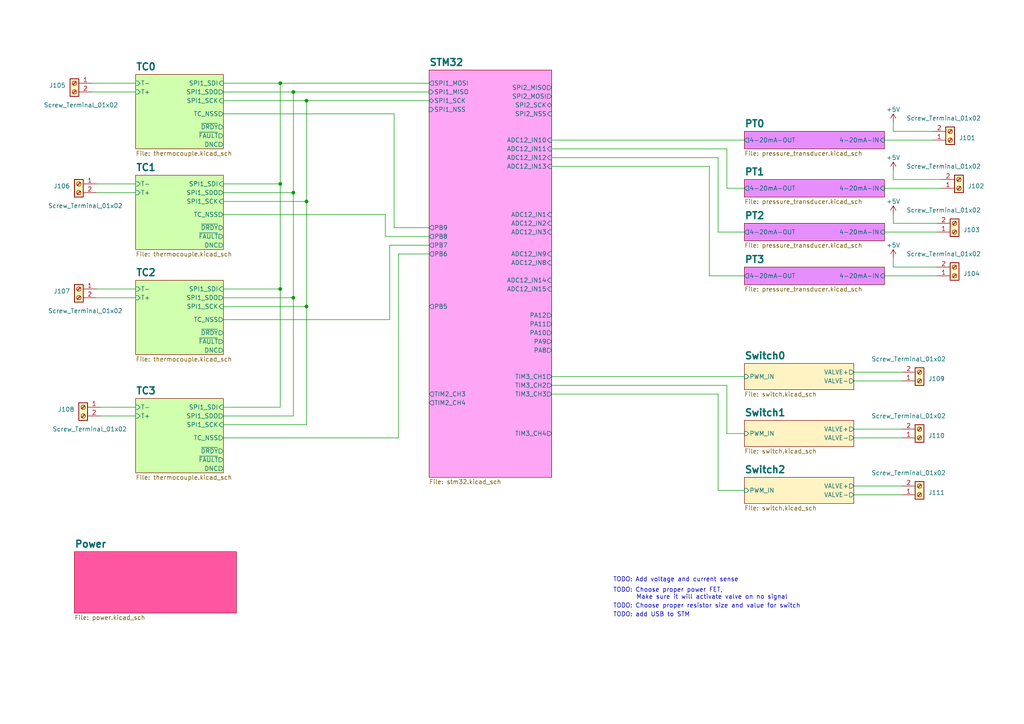
<source format=kicad_sch>
(kicad_sch (version 20230121) (generator eeschema)
  (paper "A4")
  (lib_symbols
    (symbol "Connector:Screw_Terminal_01x02" (pin_names (offset 1.016) hide)
      (property "Reference" "J" (at 0 2.54 0))
      (property "Value" "Screw_Terminal_01x02" (at 0 -5.08 0))
      (symbol "Screw_Terminal_01x02_1_1"
        (rectangle (start -1.27 1.27) (end 1.27 -3.81) (stroke (width 0.254)) (fill (type background)))
        (circle (center 0 -2.54) (radius 0.635) (stroke (width 0.1524)))
        (polyline (pts (xy -0.5334 -2.2098) (xy 0.3302 -3.048)) (stroke (width 0.1524)))
        (polyline (pts (xy -0.5334 0.3302) (xy 0.3302 -0.508)) (stroke (width 0.1524)))
        (polyline (pts (xy -0.3556 -2.032) (xy 0.508 -2.8702)) (stroke (width 0.1524)))
        (polyline (pts (xy -0.3556 0.508) (xy 0.508 -0.3302)) (stroke (width 0.1524)))
        (circle (center 0 0) (radius 0.635) (stroke (width 0.1524)))
        (pin passive line (at -5.08 0 0) (length 3.81) (name "Pin_1") (number "1"))
        (pin passive line (at -5.08 -2.54 0) (length 3.81) (name "Pin_2") (number "2"))
      )
    )
    (symbol "power:+5V" (power) (pin_names (offset 0))
      (property "Value" "+5V" (at 0 3.556 0))
      (symbol "+5V_0_1"
        (polyline (pts (xy -0.762 1.27) (xy 0 2.54)))
        (polyline (pts (xy 0 0) (xy 0 2.54)))
        (polyline (pts (xy 0 2.54) (xy 0.762 1.27)))
      )
      (symbol "+5V_1_1"
        (pin power_in line (at 0 0 90) (length 0) hide (name "+5V") (number "1"))
      )
    )
  )
  (junction (at 85.09 86.36))
  (junction (at 81.28 53.34))
  (junction (at 88.9 29.21))
  (junction (at 88.9 88.9))
  (junction (at 88.9 58.42))
  (junction (at 85.09 55.88))
  (junction (at 81.28 83.82))
  (junction (at 85.09 26.67))
  (junction (at 81.28 24.13))
  (wire (pts (xy 81.28 24.13) (xy 124.46 24.13)))
  (wire (pts (xy 88.9 123.19) (xy 64.77 123.19)))
  (wire (pts (xy 111.76 62.23) (xy 64.77 62.23)))
  (wire (pts (xy 88.9 88.9) (xy 64.77 88.9)))
  (wire (pts (xy 210.82 125.73) (xy 215.9 125.73)))
  (wire (pts (xy 81.28 83.82) (xy 81.28 118.11)))
  (wire (pts (xy 259.08 38.1) (xy 259.08 35.56)))
  (wire (pts (xy 259.08 74.93) (xy 259.08 77.47)))
  (wire (pts (xy 210.82 111.76) (xy 210.82 125.73)))
  (wire (pts (xy 259.08 62.23) (xy 259.08 64.77)))
  (wire (pts (xy 205.74 48.26) (xy 205.74 80.01)))
  (wire (pts (xy 81.28 83.82) (xy 64.77 83.82)))
  (wire (pts (xy 113.03 71.12) (xy 124.46 71.12)))
  (wire (pts (xy 256.54 54.61) (xy 273.05 54.61)))
  (wire (pts (xy 208.28 45.72) (xy 208.28 67.31)))
  (wire (pts (xy 81.28 53.34) (xy 81.28 83.82)))
  (wire (pts (xy 210.82 43.18) (xy 210.82 54.61)))
  (wire (pts (xy 247.65 107.95) (xy 261.62 107.95)))
  (wire (pts (xy 26.67 26.67) (xy 39.37 26.67)))
  (wire (pts (xy 256.54 40.64) (xy 270.51 40.64)))
  (wire (pts (xy 88.9 29.21) (xy 124.46 29.21)))
  (wire (pts (xy 205.74 80.01) (xy 215.9 80.01)))
  (wire (pts (xy 259.08 52.07) (xy 273.05 52.07)))
  (wire (pts (xy 64.77 26.67) (xy 85.09 26.67)))
  (wire (pts (xy 85.09 120.65) (xy 64.77 120.65)))
  (wire (pts (xy 256.54 80.01) (xy 271.78 80.01)))
  (wire (pts (xy 81.28 24.13) (xy 81.28 53.34)))
  (wire (pts (xy 85.09 55.88) (xy 64.77 55.88)))
  (wire (pts (xy 64.77 92.71) (xy 113.03 92.71)))
  (wire (pts (xy 27.94 55.88) (xy 39.37 55.88)))
  (wire (pts (xy 85.09 86.36) (xy 85.09 120.65)))
  (wire (pts (xy 113.03 92.71) (xy 113.03 71.12)))
  (wire (pts (xy 81.28 53.34) (xy 64.77 53.34)))
  (wire (pts (xy 208.28 114.3) (xy 208.28 142.24)))
  (wire (pts (xy 270.51 38.1) (xy 259.08 38.1)))
  (wire (pts (xy 160.02 48.26) (xy 205.74 48.26)))
  (wire (pts (xy 88.9 58.42) (xy 64.77 58.42)))
  (wire (pts (xy 27.94 53.34) (xy 39.37 53.34)))
  (wire (pts (xy 64.77 24.13) (xy 81.28 24.13)))
  (wire (pts (xy 115.57 127) (xy 115.57 73.66)))
  (wire (pts (xy 88.9 29.21) (xy 88.9 58.42)))
  (wire (pts (xy 259.08 49.53) (xy 259.08 52.07)))
  (wire (pts (xy 247.65 110.49) (xy 261.62 110.49)))
  (wire (pts (xy 247.65 143.51) (xy 261.62 143.51)))
  (wire (pts (xy 247.65 140.97) (xy 261.62 140.97)))
  (wire (pts (xy 85.09 86.36) (xy 64.77 86.36)))
  (wire (pts (xy 27.94 86.36) (xy 39.37 86.36)))
  (wire (pts (xy 29.21 118.11) (xy 39.37 118.11)))
  (wire (pts (xy 256.54 67.31) (xy 271.78 67.31)))
  (wire (pts (xy 160.02 111.76) (xy 210.82 111.76)))
  (wire (pts (xy 259.08 64.77) (xy 271.78 64.77)))
  (wire (pts (xy 115.57 73.66) (xy 124.46 73.66)))
  (wire (pts (xy 81.28 118.11) (xy 64.77 118.11)))
  (wire (pts (xy 208.28 142.24) (xy 215.9 142.24)))
  (wire (pts (xy 111.76 68.58) (xy 124.46 68.58)))
  (wire (pts (xy 160.02 43.18) (xy 210.82 43.18)))
  (wire (pts (xy 160.02 109.22) (xy 215.9 109.22)))
  (wire (pts (xy 85.09 55.88) (xy 85.09 86.36)))
  (wire (pts (xy 26.67 24.13) (xy 39.37 24.13)))
  (wire (pts (xy 247.65 124.46) (xy 261.62 124.46)))
  (wire (pts (xy 210.82 54.61) (xy 215.9 54.61)))
  (wire (pts (xy 160.02 40.64) (xy 215.9 40.64)))
  (wire (pts (xy 88.9 58.42) (xy 88.9 88.9)))
  (wire (pts (xy 85.09 26.67) (xy 85.09 55.88)))
  (wire (pts (xy 64.77 33.02) (xy 114.3 33.02)))
  (wire (pts (xy 29.21 120.65) (xy 39.37 120.65)))
  (wire (pts (xy 88.9 88.9) (xy 88.9 123.19)))
  (wire (pts (xy 208.28 67.31) (xy 215.9 67.31)))
  (wire (pts (xy 114.3 33.02) (xy 114.3 66.04)))
  (wire (pts (xy 85.09 26.67) (xy 124.46 26.67)))
  (wire (pts (xy 64.77 127) (xy 115.57 127)))
  (wire (pts (xy 160.02 45.72) (xy 208.28 45.72)))
  (wire (pts (xy 27.94 83.82) (xy 39.37 83.82)))
  (wire (pts (xy 114.3 66.04) (xy 124.46 66.04)))
  (wire (pts (xy 64.77 29.21) (xy 88.9 29.21)))
  (wire (pts (xy 259.08 77.47) (xy 271.78 77.47)))
  (wire (pts (xy 247.65 127) (xy 261.62 127)))
  (wire (pts (xy 111.76 62.23) (xy 111.76 68.58)))
  (wire (pts (xy 160.02 114.3) (xy 208.28 114.3)))
  (text "TODO: add USB to STM" (at 177.8 179.07 0) (effects (font (size 1.27 1.27)) (justify left bottom)))
  (text "TODO: Choose proper power FET,\n	  Make sure it will activate valve on no signal " (at 177.8 173.99 0) (effects (font (size 1.27 1.27)) (justify left bottom)))
  (text "TODO: Choose proper resistor size and value for switch" (at 177.8 176.53 0) (effects (font (size 1.27 1.27)) (justify left bottom)))
  (text "TODO: Add voltage and current sense" (at 177.8 168.91 0) (effects (font (size 1.27 1.27)) (justify left bottom)))
  (symbol (lib_id "power:+5V") (at 259.08 62.23 0) (unit 1)
    (property "Reference" "#PWR0103" (effects hide))
    (property "Value" "+5V" (at 259.08 58.42 0))
  )
  (symbol (lib_id "Connector:Screw_Terminal_01x02") (at 22.86 53.34 0) (mirror y) (unit 1)
    (property "Reference" "J106" (at 20.32 53.975 0) (effects (justify left)))
    (property "Value" "Screw_Terminal_01x02" (at 35.56 59.69 0) (effects (justify left)))
    (property "Footprint" "TerminalBlock_Phoenix:TerminalBlock_Phoenix_MKDS-1,5-2_1x02_P5.00mm_Horizontal" (effects hide))
  )
  (symbol (lib_id "Connector:Screw_Terminal_01x02") (at 266.7 110.49 0) (mirror x) (unit 1)
    (property "Reference" "J109" (at 269.24 109.855 0) (effects (justify left)))
    (property "Value" "Screw_Terminal_01x02" (at 252.73 104.14 0) (effects (justify left)))
    (property "Footprint" "TerminalBlock_Phoenix:TerminalBlock_Phoenix_MKDS-1,5-2_1x02_P5.00mm_Horizontal" (effects hide))
  )
  (symbol (lib_id "Connector:Screw_Terminal_01x02") (at 22.86 83.82 0) (mirror y) (unit 1)
    (property "Reference" "J107" (at 20.32 84.455 0) (effects (justify left)))
    (property "Value" "Screw_Terminal_01x02" (at 35.56 90.17 0) (effects (justify left)))
    (property "Footprint" "TerminalBlock_Phoenix:TerminalBlock_Phoenix_MKDS-1,5-2_1x02_P5.00mm_Horizontal" (effects hide))
  )
  (symbol (lib_id "Connector:Screw_Terminal_01x02") (at 276.86 67.31 0) (mirror x) (unit 1)
    (property "Reference" "J103" (at 279.4 66.675 0) (effects (justify left)))
    (property "Value" "Screw_Terminal_01x02" (at 262.89 60.96 0) (effects (justify left)))
    (property "Footprint" "TerminalBlock_Phoenix:TerminalBlock_Phoenix_MKDS-1,5-2_1x02_P5.00mm_Horizontal" (effects hide))
  )
  (symbol (lib_id "Connector:Screw_Terminal_01x02") (at 266.7 127 0) (mirror x) (unit 1)
    (property "Reference" "J110" (at 269.24 126.365 0) (effects (justify left)))
    (property "Value" "Screw_Terminal_01x02" (at 252.73 120.65 0) (effects (justify left)))
    (property "Footprint" "TerminalBlock_Phoenix:TerminalBlock_Phoenix_MKDS-1,5-2_1x02_P5.00mm_Horizontal" (effects hide))
  )
  (symbol (lib_id "Connector:Screw_Terminal_01x02") (at 24.13 118.11 0) (mirror y) (unit 1)
    (property "Reference" "J108" (at 21.59 118.745 0) (effects (justify left)))
    (property "Value" "Screw_Terminal_01x02" (at 36.83 124.46 0) (effects (justify left)))
    (property "Footprint" "TerminalBlock_Phoenix:TerminalBlock_Phoenix_MKDS-1,5-2_1x02_P5.00mm_Horizontal" (effects hide))
  )
  (symbol (lib_id "power:+5V") (at 259.08 49.53 0) (unit 1)
    (property "Reference" "#PWR0102" (effects hide))
    (property "Value" "+5V" (at 259.08 45.72 0))
  )
  (symbol (lib_id "Connector:Screw_Terminal_01x02") (at 21.59 24.13 0) (mirror y) (unit 1)
    (property "Reference" "J105" (at 19.05 24.765 0) (effects (justify left)))
    (property "Value" "Screw_Terminal_01x02" (at 34.29 30.48 0) (effects (justify left)))
    (property "Footprint" "TerminalBlock_Phoenix:TerminalBlock_Phoenix_MKDS-1,5-2_1x02_P5.00mm_Horizontal" (effects hide))
  )
  (symbol (lib_id "Connector:Screw_Terminal_01x02") (at 276.86 80.01 0) (mirror x) (unit 1)
    (property "Reference" "J104" (at 279.4 79.375 0) (effects (justify left)))
    (property "Value" "Screw_Terminal_01x02" (at 262.89 73.66 0) (effects (justify left)))
    (property "Footprint" "TerminalBlock_Phoenix:TerminalBlock_Phoenix_MKDS-1,5-2_1x02_P5.00mm_Horizontal" (effects hide))
  )
  (symbol (lib_id "power:+5V") (at 259.08 74.93 0) (unit 1)
    (property "Reference" "#PWR0104" (effects hide))
    (property "Value" "+5V" (at 259.08 71.12 0))
  )
  (symbol (lib_id "Connector:Screw_Terminal_01x02") (at 278.13 54.61 0) (mirror x) (unit 1)
    (property "Reference" "J102" (at 280.67 53.975 0) (effects (justify left)))
    (property "Value" "Screw_Terminal_01x02" (at 262.89 48.26 0) (effects (justify left)))
    (property "Footprint" "TerminalBlock_Phoenix:TerminalBlock_Phoenix_MKDS-1,5-2_1x02_P5.00mm_Horizontal" (effects hide))
  )
  (symbol (lib_id "Connector:Screw_Terminal_01x02") (at 275.59 40.64 0) (mirror x) (unit 1)
    (property "Reference" "J101" (at 278.13 40.005 0) (effects (justify left)))
    (property "Value" "Screw_Terminal_01x02" (at 262.89 34.29 0) (effects (justify left)))
    (property "Footprint" "TerminalBlock_Phoenix:TerminalBlock_Phoenix_MKDS-1,5-2_1x02_P5.00mm_Horizontal" (effects hide))
  )
  (symbol (lib_id "power:+5V") (at 259.08 35.56 0) (unit 1)
    (property "Reference" "#PWR0101" (effects hide))
    (property "Value" "+5V" (at 259.08 31.75 0))
  )
  (symbol (lib_id "Connector:Screw_Terminal_01x02") (at 266.7 143.51 0) (mirror x) (unit 1)
    (property "Reference" "J111" (at 269.24 142.875 0) (effects (justify left)))
    (property "Value" "Screw_Terminal_01x02" (at 252.73 137.16 0) (effects (justify left)))
    (property "Footprint" "TerminalBlock_Phoenix:TerminalBlock_Phoenix_MKDS-1,5-2_1x02_P5.00mm_Horizontal" (effects hide))
  )
  (sheet (at 215.9 64.77) (size 40.64 5.08) (stroke (width 0.1524)) (fill (color 231 142 255 1.0000))
    (property "Sheetname" "PT2" (at 215.9 63.6934 0) (effects (font (size 2 2) bold) (justify left bottom)))
    (property "Sheetfile" "pressure_transducer.kicad_sch" (at 215.9 70.4346 0) (effects (justify left top)))
    (pin "4-20mA-OUT" output (at 215.9 67.31 180))
    (pin "4-20mA-IN" input (at 256.54 67.31 0))
  )
  (sheet (at 215.9 121.92) (size 31.75 7.62) (stroke (width 0.1524)) (fill (color 255 243 196 1.0000))
    (property "Sheetname" "Switch1" (at 215.9 120.8434 0) (effects (font (size 2 2) bold) (justify left bottom)))
    (property "Sheetfile" "switch.kicad_sch" (at 215.9 130.1246 0) (effects (justify left top)))
    (pin "PWM_IN" input (at 215.9 125.73 180))
    (pin "VALVE+" output (at 247.65 124.46 0))
    (pin "VALVE-" output (at 247.65 127 0))
  )
  (sheet (at 39.37 21.59) (size 25.4 21.59) (stroke (width 0.1524)) (fill (color 208 255 173 1.0000))
    (property "Sheetname" "TC0" (at 39.37 20.5134 0) (effects (font (size 2 2) bold) (justify left bottom)))
    (property "Sheetfile" "thermocouple.kicad_sch" (at 39.37 43.7646 0) (effects (justify left top)))
    (pin "T-" input (at 39.37 24.13 180))
    (pin "T+" input (at 39.37 26.67 180))
    (pin "SPI1_SCK" input (at 64.77 29.21 0))
    (pin "~{FAULT}" output (at 64.77 39.37 0))
    (pin "TC_NSS" output (at 64.77 33.02 0))
    (pin "~{DRDY}" output (at 64.77 36.83 0))
    (pin "DNC" output (at 64.77 41.91 0))
    (pin "SPI1_SDI" input (at 64.77 24.13 0))
    (pin "SPI1_SDO" output (at 64.77 26.67 0))
  )
  (sheet (at 215.9 77.47) (size 40.64 5.08) (stroke (width 0.1524)) (fill (color 231 142 255 1.0000))
    (property "Sheetname" "PT3" (at 215.9 76.3934 0) (effects (font (size 2 2) bold) (justify left bottom)))
    (property "Sheetfile" "pressure_transducer.kicad_sch" (at 215.9 83.1346 0) (effects (justify left top)))
    (pin "4-20mA-OUT" output (at 215.9 80.01 180))
    (pin "4-20mA-IN" input (at 256.54 80.01 0))
  )
  (sheet (at 39.37 81.28) (size 25.4 21.59) (stroke (width 0.1524)) (fill (color 208 255 173 1.0000))
    (property "Sheetname" "TC2" (at 39.37 80.2034 0) (effects (font (size 2 2) bold) (justify left bottom)))
    (property "Sheetfile" "thermocouple.kicad_sch" (at 39.37 103.4546 0) (effects (justify left top)))
    (pin "T-" input (at 39.37 83.82 180))
    (pin "T+" input (at 39.37 86.36 180))
    (pin "SPI1_SCK" input (at 64.77 88.9 0))
    (pin "~{FAULT}" output (at 64.77 99.06 0))
    (pin "TC_NSS" output (at 64.77 92.71 0))
    (pin "~{DRDY}" output (at 64.77 96.52 0))
    (pin "DNC" output (at 64.77 101.6 0))
    (pin "SPI1_SDI" input (at 64.77 83.82 0))
    (pin "SPI1_SDO" output (at 64.77 86.36 0))
  )
  (sheet (at 124.46 20.32) (size 35.56 118.11) (stroke (width 0.1524)) (fill (color 255 165 245 1.0000))
    (property "Sheetname" "STM32" (at 124.46 19.2434 0) (effects (font (size 2 2) bold) (justify left bottom)))
    (property "Sheetfile" "stm32.kicad_sch" (at 124.46 139.0146 0) (effects (justify left top)))
    (pin "PA9" output (at 160.02 99.06 0))
    (pin "PA8" output (at 160.02 101.6 0))
    (pin "PA12" output (at 160.02 91.44 0))
    (pin "PA11" output (at 160.02 93.98 0))
    (pin "PA10" output (at 160.02 96.52 0))
    (pin "PB9" output (at 124.46 66.04 180))
    (pin "PB6" output (at 124.46 73.66 180))
    (pin "PB8" output (at 124.46 68.58 180))
    (pin "PB7" output (at 124.46 71.12 180))
    (pin "PB5" output (at 124.46 88.9 180))
    (pin "SPI1_MISO" input (at 124.46 26.67 180))
    (pin "SPI1_NSS" input (at 124.46 31.75 180))
    (pin "SPI1_MOSI" output (at 124.46 24.13 180))
    (pin "SPI1_SCK" bidirectional (at 124.46 29.21 180))
    (pin "ADC12_IN12" input (at 160.02 45.72 0))
    (pin "ADC12_IN11" input (at 160.02 43.18 0))
    (pin "ADC12_IN10" input (at 160.02 40.64 0))
    (pin "ADC12_IN13" input (at 160.02 48.26 0))
    (pin "SPI2_MISO" output (at 160.02 25.4 0))
    (pin "SPI2_NSS" input (at 160.02 33.02 0))
    (pin "SPI2_SCK" bidirectional (at 160.02 30.48 0))
    (pin "SPI2_MOSI" output (at 160.02 27.94 0))
    (pin "ADC12_IN2" input (at 160.02 64.77 0))
    (pin "ADC12_IN1" input (at 160.02 62.23 0))
    (pin "ADC12_IN3" input (at 160.02 67.31 0))
    (pin "ADC12_IN15" input (at 160.02 83.82 0))
    (pin "ADC12_IN14" input (at 160.02 81.28 0))
    (pin "ADC12_IN8" input (at 160.02 76.2 0))
    (pin "ADC12_IN9" input (at 160.02 73.66 0))
    (pin "TIM3_CH1" output (at 160.02 109.22 0))
    (pin "TIM3_CH2" output (at 160.02 111.76 0))
    (pin "TIM3_CH3" output (at 160.02 114.3 0))
    (pin "TIM3_CH4" output (at 160.02 125.73 0))
    (pin "TIM2_CH3" output (at 124.46 114.3 180))
    (pin "TIM2_CH4" output (at 124.46 116.84 180))
  )
  (sheet (at 215.9 52.07) (size 40.64 5.08) (stroke (width 0.1524)) (fill (color 231 142 255 1.0000))
    (property "Sheetname" "PT1" (at 215.9 50.9934 0) (effects (font (size 2 2) bold) (justify left bottom)))
    (property "Sheetfile" "pressure_transducer.kicad_sch" (at 215.9 57.7346 0) (effects (justify left top)))
    (pin "4-20mA-OUT" output (at 215.9 54.61 180))
    (pin "4-20mA-IN" input (at 256.54 54.61 0))
  )
  (sheet (at 39.37 115.57) (size 25.4 21.59) (stroke (width 0.1524)) (fill (color 208 255 173 1.0000))
    (property "Sheetname" "TC3" (at 39.37 114.4934 0) (effects (font (size 2 2) bold) (justify left bottom)))
    (property "Sheetfile" "thermocouple.kicad_sch" (at 39.37 137.7446 0) (effects (justify left top)))
    (pin "T-" input (at 39.37 118.11 180))
    (pin "T+" input (at 39.37 120.65 180))
    (pin "SPI1_SCK" input (at 64.77 123.19 0))
    (pin "~{FAULT}" output (at 64.77 133.35 0))
    (pin "TC_NSS" output (at 64.77 127 0))
    (pin "~{DRDY}" output (at 64.77 130.81 0))
    (pin "DNC" output (at 64.77 135.89 0))
    (pin "SPI1_SDI" input (at 64.77 118.11 0))
    (pin "SPI1_SDO" output (at 64.77 120.65 0))
  )
  (sheet (at 215.9 38.1) (size 40.64 5.08) (stroke (width 0.1524)) (fill (color 231 142 255 1.0000))
    (property "Sheetname" "PT0" (at 215.9 37.0234 0) (effects (font (size 2 2) bold) (justify left bottom)))
    (property "Sheetfile" "pressure_transducer.kicad_sch" (at 215.9 43.7646 0) (effects (justify left top)))
    (pin "4-20mA-OUT" output (at 215.9 40.64 180))
    (pin "4-20mA-IN" input (at 256.54 40.64 0))
  )
  (sheet (at 215.9 105.41) (size 31.75 7.62) (stroke (width 0.1524)) (fill (color 255 243 196 1.0000))
    (property "Sheetname" "Switch0" (at 215.9 104.3334 0) (effects (font (size 2 2) bold) (justify left bottom)))
    (property "Sheetfile" "switch.kicad_sch" (at 215.9 113.6146 0) (effects (justify left top)))
    (pin "PWM_IN" input (at 215.9 109.22 180))
    (pin "VALVE+" output (at 247.65 107.95 0))
    (pin "VALVE-" output (at 247.65 110.49 0))
  )
  (sheet (at 21.59 160.02) (size 46.99 17.78) (stroke (width 0.1524)) (fill (color 255 86 161 1.0000))
    (property "Sheetname" "Power" (at 21.59 158.9434 0) (effects (font (size 2 2) bold) (justify left bottom)))
    (property "Sheetfile" "power.kicad_sch" (at 21.59 178.3846 0) (effects (justify left top)))
  )
  (sheet (at 39.37 50.8) (size 25.4 21.59) (stroke (width 0.1524)) (fill (color 208 255 173 1.0000))
    (property "Sheetname" "TC1" (at 39.37 49.7234 0) (effects (font (size 2 2) bold) (justify left bottom)))
    (property "Sheetfile" "thermocouple.kicad_sch" (at 39.37 72.9746 0) (effects (justify left top)))
    (pin "T-" input (at 39.37 53.34 180))
    (pin "T+" input (at 39.37 55.88 180))
    (pin "SPI1_SCK" input (at 64.77 58.42 0))
    (pin "~{FAULT}" output (at 64.77 68.58 0))
    (pin "TC_NSS" output (at 64.77 62.23 0))
    (pin "~{DRDY}" output (at 64.77 66.04 0))
    (pin "DNC" output (at 64.77 71.12 0))
    (pin "SPI1_SDI" input (at 64.77 53.34 0))
    (pin "SPI1_SDO" output (at 64.77 55.88 0))
  )
  (sheet (at 215.9 138.43) (size 31.75 7.62) (stroke (width 0.1524)) (fill (color 255 243 196 1.0000))
    (property "Sheetname" "Switch2" (at 215.9 137.3534 0) (effects (font (size 2 2) bold) (justify left bottom)))
    (property "Sheetfile" "switch.kicad_sch" (at 215.9 146.6346 0) (effects (justify left top)))
    (pin "PWM_IN" input (at 215.9 142.24 180))
    (pin "VALVE+" output (at 247.65 140.97 0))
    (pin "VALVE-" output (at 247.65 143.51 0))
  )
)
</source>
